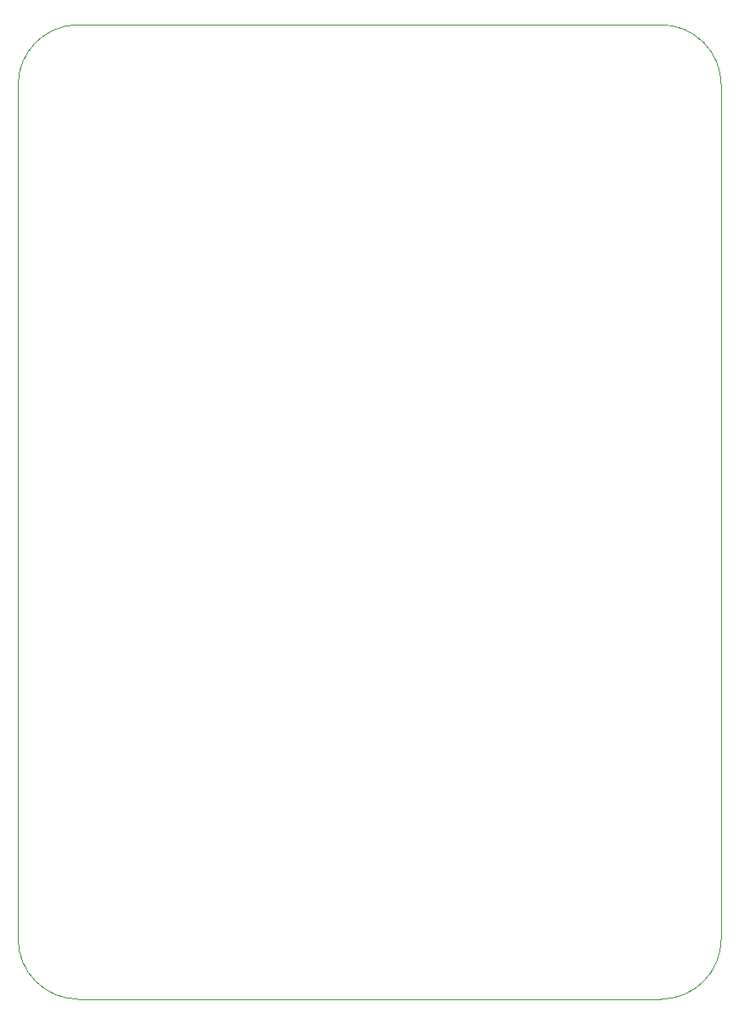
<source format=gbr>
%TF.GenerationSoftware,KiCad,Pcbnew,7.0.8*%
%TF.CreationDate,2024-02-20T10:29:55+01:00*%
%TF.ProjectId,stopwatchy,73746f70-7761-4746-9368-792e6b696361,rev?*%
%TF.SameCoordinates,Original*%
%TF.FileFunction,Profile,NP*%
%FSLAX46Y46*%
G04 Gerber Fmt 4.6, Leading zero omitted, Abs format (unit mm)*
G04 Created by KiCad (PCBNEW 7.0.8) date 2024-02-20 10:29:55*
%MOMM*%
%LPD*%
G01*
G04 APERTURE LIST*
%TA.AperFunction,Profile*%
%ADD10C,0.100000*%
%TD*%
G04 APERTURE END LIST*
D10*
X110750000Y-24000000D02*
X168750000Y-24000000D01*
X104750000Y-30000000D02*
X104750000Y-115000000D01*
X110750000Y-24000000D02*
G75*
G03*
X104750000Y-30000000I0J-6000000D01*
G01*
X110750000Y-121000000D02*
X168750000Y-121000000D01*
X168750000Y-121000000D02*
G75*
G03*
X174750000Y-115000000I0J6000000D01*
G01*
X174750000Y-115000000D02*
X174750000Y-30000000D01*
X174750000Y-30000000D02*
G75*
G03*
X168750000Y-24000000I-6000000J0D01*
G01*
X104750000Y-115000000D02*
G75*
G03*
X110750000Y-121000000I6000000J0D01*
G01*
M02*

</source>
